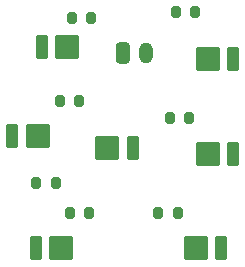
<source format=gbr>
%TF.GenerationSoftware,KiCad,Pcbnew,9.0.6*%
%TF.CreationDate,2025-11-11T17:50:26+05:30*%
%TF.ProjectId,torch_light_portion,746f7263-685f-46c6-9967-68745f706f72,rev?*%
%TF.SameCoordinates,Original*%
%TF.FileFunction,Soldermask,Top*%
%TF.FilePolarity,Negative*%
%FSLAX46Y46*%
G04 Gerber Fmt 4.6, Leading zero omitted, Abs format (unit mm)*
G04 Created by KiCad (PCBNEW 9.0.6) date 2025-11-11 17:50:26*
%MOMM*%
%LPD*%
G01*
G04 APERTURE LIST*
G04 Aperture macros list*
%AMRoundRect*
0 Rectangle with rounded corners*
0 $1 Rounding radius*
0 $2 $3 $4 $5 $6 $7 $8 $9 X,Y pos of 4 corners*
0 Add a 4 corners polygon primitive as box body*
4,1,4,$2,$3,$4,$5,$6,$7,$8,$9,$2,$3,0*
0 Add four circle primitives for the rounded corners*
1,1,$1+$1,$2,$3*
1,1,$1+$1,$4,$5*
1,1,$1+$1,$6,$7*
1,1,$1+$1,$8,$9*
0 Add four rect primitives between the rounded corners*
20,1,$1+$1,$2,$3,$4,$5,0*
20,1,$1+$1,$4,$5,$6,$7,0*
20,1,$1+$1,$6,$7,$8,$9,0*
20,1,$1+$1,$8,$9,$2,$3,0*%
G04 Aperture macros list end*
%ADD10RoundRect,0.165000X-0.385000X-0.885000X0.385000X-0.885000X0.385000X0.885000X-0.385000X0.885000X0*%
%ADD11RoundRect,0.315000X-0.735000X-0.735000X0.735000X-0.735000X0.735000X0.735000X-0.735000X0.735000X0*%
%ADD12RoundRect,0.200000X-0.200000X-0.275000X0.200000X-0.275000X0.200000X0.275000X-0.200000X0.275000X0*%
%ADD13RoundRect,0.165000X0.385000X0.885000X-0.385000X0.885000X-0.385000X-0.885000X0.385000X-0.885000X0*%
%ADD14RoundRect,0.315000X0.735000X0.735000X-0.735000X0.735000X-0.735000X-0.735000X0.735000X-0.735000X0*%
%ADD15RoundRect,0.300000X-0.300000X-0.600000X0.300000X-0.600000X0.300000X0.600000X-0.300000X0.600000X0*%
%ADD16O,1.200000X1.800000*%
%ADD17RoundRect,0.200000X0.200000X0.275000X-0.200000X0.275000X-0.200000X-0.275000X0.200000X-0.275000X0*%
G04 APERTURE END LIST*
D10*
%TO.C,D5*%
X119160000Y-97500000D03*
D11*
X121310000Y-97500000D03*
%TD*%
D12*
%TO.C,R2*%
X133000000Y-87000000D03*
X134650000Y-87000000D03*
%TD*%
D13*
%TO.C,D2*%
X136840000Y-107000000D03*
D14*
X134690000Y-107000000D03*
%TD*%
D15*
%TO.C,J1*%
X128500000Y-90500000D03*
D16*
X130500000Y-90500000D03*
%TD*%
D12*
%TO.C,R4*%
X132500000Y-96000000D03*
X134150000Y-96000000D03*
%TD*%
%TO.C,R1*%
X124000000Y-104000000D03*
X125650000Y-104000000D03*
%TD*%
%TO.C,R6*%
X121175000Y-101500000D03*
X122825000Y-101500000D03*
%TD*%
D13*
%TO.C,D1*%
X129340000Y-98500000D03*
D14*
X127190000Y-98500000D03*
%TD*%
D13*
%TO.C,D4*%
X137840000Y-99000000D03*
D14*
X135690000Y-99000000D03*
%TD*%
D17*
%TO.C,R5*%
X125825000Y-87500000D03*
X124175000Y-87500000D03*
%TD*%
D10*
%TO.C,D7*%
X121660000Y-90000000D03*
D11*
X123810000Y-90000000D03*
%TD*%
D13*
%TO.C,D6*%
X137840000Y-91000000D03*
D14*
X135690000Y-91000000D03*
%TD*%
D17*
%TO.C,R3*%
X124825000Y-94500000D03*
X123175000Y-94500000D03*
%TD*%
D12*
%TO.C,R7*%
X131500000Y-104000000D03*
X133150000Y-104000000D03*
%TD*%
D10*
%TO.C,D3*%
X121160000Y-107000000D03*
D11*
X123310000Y-107000000D03*
%TD*%
M02*

</source>
